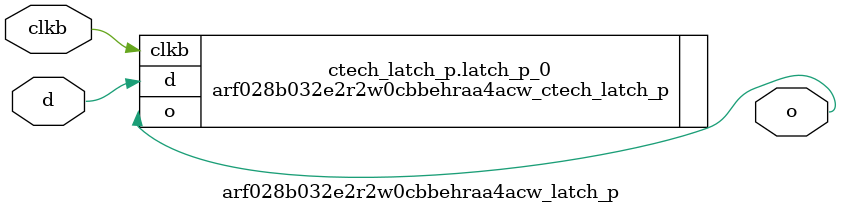
<source format=sv>

`ifndef ARF028B032E2R2W0CBBEHRAA4ACW_LATCH_P_SV
`define ARF028B032E2R2W0CBBEHRAA4ACW_LATCH_P_SV

module arf028b032e2r2w0cbbehraa4acw_latch_p #
(
  parameter CTECH = 1
)
(
  output logic o,
  input  logic d,
  input  logic clkb
);

  if (CTECH == 1) begin: ctech_latch_p
    arf028b032e2r2w0cbbehraa4acw_ctech_latch_p latch_p_0 (.o(o),.d(d),.clkb(clkb));
  end
  else begin
    always_latch begin
      if (~clkb) begin
        o <= d;
      end
    end
  end

endmodule // arf028b032e2r2w0cbbehraa4acw_latch_p

`endif // ARF028B032E2R2W0CBBEHRAA4ACW_LATCH_P_SV
</source>
